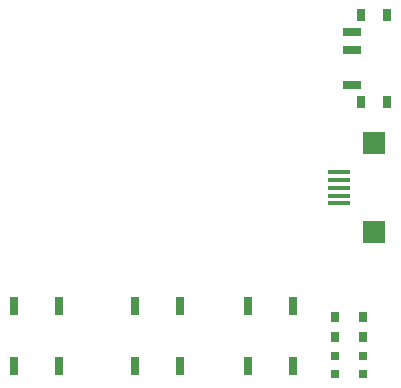
<source format=gtp>
G04 ---------------------------- Layer name :TOP PASTER LAYER*
G04 EasyEDA v5.8.19, Fri, 19 Oct 2018 05:21:59 GMT*
G04 8bfcd2fe48ed4f748b2211d8b79e97b7*
G04 Gerber Generator version 0.2*
G04 Scale: 100 percent, Rotated: No, Reflected: No *
G04 Dimensions in millimeters *
G04 leading zeros omitted , absolute positions ,3 integer and 3 decimal *
%FSLAX33Y33*%
%MOMM*%
G90*
G71D02*

%ADD16R,0.762000X1.524000*%
%ADD17R,1.899920X1.899920*%
%ADD18R,1.850009X0.398780*%
%ADD19R,0.800100X0.800100*%
%ADD20R,0.800100X1.000760*%
%ADD21R,1.501140X0.701040*%
%ADD22R,0.799998X0.899998*%

%LPD*%
G54D16*
G01X11705Y9739D03*
G01X11705Y4659D03*
G01X7895Y9739D03*
G01X7895Y4659D03*
G01X31485Y9714D03*
G01X31485Y4634D03*
G01X27675Y9714D03*
G01X27675Y4634D03*
G01X21907Y9739D03*
G01X21907Y4659D03*
G01X18097Y9739D03*
G01X18097Y4659D03*
G54D17*
G01X38399Y15960D03*
G01X38399Y23460D03*
G54D18*
G01X35387Y19050D03*
G01X35387Y18415D03*
G01X35387Y19710D03*
G01X35387Y20371D03*
G01X35387Y21006D03*
G54D19*
G01X35100Y5463D03*
G01X35100Y3939D03*
G01X37400Y5463D03*
G01X37400Y3939D03*
G54D20*
G01X39440Y26943D03*
G01X37256Y26943D03*
G01X37256Y34360D03*
G01X39440Y34360D03*
G54D21*
G01X36469Y28391D03*
G01X36469Y31413D03*
G01X36469Y32912D03*
G54D22*
G01X37402Y8798D03*
G01X37402Y7098D03*
G01X35102Y8798D03*
G01X35102Y7098D03*
M00*
M02*

</source>
